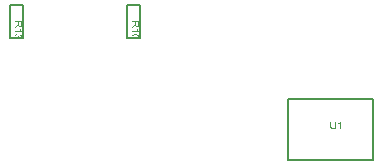
<source format=gbr>
%TF.GenerationSoftware,Altium Limited,Altium Designer,23.6.0 (18)*%
G04 Layer_Color=16711935*
%FSLAX45Y45*%
%MOMM*%
%TF.SameCoordinates,CA757A27-890D-4031-9470-5F8B39CF6935*%
%TF.FilePolarity,Positive*%
%TF.FileFunction,Other,Top_Assembly*%
%TF.Part,Single*%
G01*
G75*
%TA.AperFunction,NonConductor*%
%ADD53C,0.20000*%
G36*
X6527295Y5349405D02*
Y5349313D01*
Y5348943D01*
Y5348481D01*
Y5347834D01*
X6527202Y5347001D01*
Y5346077D01*
X6527110Y5344967D01*
X6527017Y5343858D01*
X6526740Y5341362D01*
X6526370Y5338773D01*
X6525815Y5336277D01*
X6525446Y5335075D01*
X6525076Y5333965D01*
Y5333873D01*
X6524983Y5333688D01*
X6524798Y5333410D01*
X6524614Y5333041D01*
X6524059Y5332024D01*
X6523227Y5330729D01*
X6522117Y5329250D01*
X6520823Y5327771D01*
X6519159Y5326199D01*
X6517125Y5324812D01*
X6517032D01*
X6516847Y5324627D01*
X6516570Y5324535D01*
X6516108Y5324257D01*
X6515553Y5323980D01*
X6514813Y5323703D01*
X6514074Y5323425D01*
X6513149Y5323055D01*
X6512132Y5322686D01*
X6511023Y5322408D01*
X6509821Y5322131D01*
X6508434Y5321853D01*
X6507047Y5321669D01*
X6505568Y5321484D01*
X6502239Y5321299D01*
X6501407D01*
X6500760Y5321391D01*
X6500020D01*
X6499096Y5321484D01*
X6498079Y5321576D01*
X6497062Y5321669D01*
X6494750Y5322038D01*
X6492254Y5322593D01*
X6489850Y5323333D01*
X6487539Y5324350D01*
X6487446D01*
X6487261Y5324535D01*
X6486984Y5324720D01*
X6486614Y5324905D01*
X6485597Y5325644D01*
X6484395Y5326661D01*
X6483008Y5327956D01*
X6481714Y5329435D01*
X6480420Y5331284D01*
X6479403Y5333318D01*
Y5333410D01*
X6479310Y5333595D01*
X6479218Y5333965D01*
X6479033Y5334427D01*
X6478848Y5334982D01*
X6478663Y5335722D01*
X6478386Y5336554D01*
X6478201Y5337571D01*
X6478016Y5338680D01*
X6477738Y5339882D01*
X6477553Y5341177D01*
X6477369Y5342564D01*
X6477184Y5344135D01*
X6477091Y5345800D01*
X6476999Y5347556D01*
Y5349405D01*
Y5386388D01*
X6485505D01*
Y5349405D01*
Y5349313D01*
Y5349036D01*
Y5348573D01*
Y5348019D01*
X6485597Y5347371D01*
Y5346539D01*
X6485690Y5344783D01*
X6485875Y5342749D01*
X6486152Y5340714D01*
X6486522Y5338773D01*
X6486707Y5337941D01*
X6486984Y5337109D01*
X6487076Y5336924D01*
X6487261Y5336462D01*
X6487724Y5335814D01*
X6488278Y5334890D01*
X6488926Y5333965D01*
X6489850Y5332948D01*
X6490960Y5331931D01*
X6492254Y5331099D01*
X6492439Y5331007D01*
X6492901Y5330729D01*
X6493733Y5330452D01*
X6494843Y5330082D01*
X6496137Y5329620D01*
X6497801Y5329342D01*
X6499558Y5329065D01*
X6501500Y5328973D01*
X6502424D01*
X6502979Y5329065D01*
X6503811D01*
X6504643Y5329157D01*
X6506677Y5329527D01*
X6508896Y5329990D01*
X6511023Y5330729D01*
X6513057Y5331746D01*
X6513981Y5332393D01*
X6514813Y5333133D01*
X6514906Y5333226D01*
X6514998Y5333318D01*
X6515183Y5333595D01*
X6515460Y5333965D01*
X6515738Y5334520D01*
X6516108Y5335075D01*
X6516477Y5335907D01*
X6516847Y5336739D01*
X6517217Y5337756D01*
X6517494Y5338958D01*
X6517864Y5340345D01*
X6518142Y5341824D01*
X6518419Y5343488D01*
X6518604Y5345245D01*
X6518789Y5347279D01*
Y5349405D01*
Y5386388D01*
X6527295D01*
Y5349405D01*
D02*
G37*
G36*
X6567791Y5322408D02*
X6559932D01*
Y5372427D01*
X6559839Y5372334D01*
X6559377Y5371965D01*
X6558822Y5371410D01*
X6557898Y5370763D01*
X6556881Y5369931D01*
X6555586Y5369006D01*
X6554107Y5367989D01*
X6552443Y5366972D01*
X6552350D01*
X6552258Y5366880D01*
X6551703Y5366510D01*
X6550779Y5366047D01*
X6549669Y5365493D01*
X6548375Y5364846D01*
X6546988Y5364198D01*
X6545601Y5363551D01*
X6544214Y5362996D01*
Y5370578D01*
X6544307D01*
X6544492Y5370763D01*
X6544861Y5370855D01*
X6545324Y5371133D01*
X6545878Y5371410D01*
X6546526Y5371780D01*
X6548097Y5372704D01*
X6549947Y5373721D01*
X6551796Y5375016D01*
X6553737Y5376495D01*
X6555679Y5378067D01*
X6555771Y5378159D01*
X6555864Y5378252D01*
X6556141Y5378529D01*
X6556511Y5378806D01*
X6557343Y5379731D01*
X6558452Y5380840D01*
X6559562Y5382135D01*
X6560764Y5383614D01*
X6561781Y5385093D01*
X6562705Y5386665D01*
X6567791D01*
Y5322408D01*
D02*
G37*
G36*
X4859565Y6206022D02*
X4859472Y6205282D01*
Y6204450D01*
X4859380Y6202508D01*
X4859102Y6200474D01*
X4858825Y6198255D01*
X4858363Y6196221D01*
X4858085Y6195204D01*
X4857808Y6194372D01*
Y6194280D01*
X4857715Y6194187D01*
X4857438Y6193633D01*
X4857068Y6192800D01*
X4856421Y6191783D01*
X4855589Y6190674D01*
X4854479Y6189472D01*
X4853185Y6188363D01*
X4851706Y6187253D01*
X4851613D01*
X4851521Y6187161D01*
X4850966Y6186791D01*
X4850042Y6186421D01*
X4848840Y6185866D01*
X4847453Y6185404D01*
X4845789Y6184942D01*
X4844032Y6184664D01*
X4842090Y6184572D01*
X4841998D01*
X4841813D01*
X4841443D01*
X4840981Y6184664D01*
X4840334D01*
X4839687Y6184757D01*
X4838115Y6185127D01*
X4836266Y6185681D01*
X4834324Y6186421D01*
X4832383Y6187530D01*
X4831458Y6188270D01*
X4830533Y6189010D01*
X4830441Y6189102D01*
X4830348Y6189195D01*
X4830071Y6189472D01*
X4829794Y6189842D01*
X4829424Y6190304D01*
X4829054Y6190859D01*
X4828592Y6191598D01*
X4828037Y6192338D01*
X4827575Y6193263D01*
X4827113Y6194280D01*
X4826558Y6195389D01*
X4826096Y6196591D01*
X4825726Y6197978D01*
X4825263Y6199365D01*
X4824986Y6200937D01*
X4824709Y6202601D01*
X4824616Y6202416D01*
X4824431Y6202046D01*
X4824061Y6201491D01*
X4823692Y6200752D01*
X4822675Y6199087D01*
X4822027Y6198255D01*
X4821473Y6197516D01*
X4821288Y6197331D01*
X4820826Y6196868D01*
X4820086Y6196129D01*
X4819161Y6195204D01*
X4817867Y6194187D01*
X4816480Y6192985D01*
X4814816Y6191783D01*
X4812967Y6190489D01*
X4795585Y6179487D01*
Y6190027D01*
X4808899Y6198440D01*
X4808991D01*
X4809176Y6198625D01*
X4809453Y6198810D01*
X4809823Y6199087D01*
X4810840Y6199735D01*
X4812135Y6200567D01*
X4813521Y6201584D01*
X4815001Y6202601D01*
X4816388Y6203618D01*
X4817682Y6204542D01*
X4817774Y6204635D01*
X4818144Y6204912D01*
X4818699Y6205374D01*
X4819346Y6206022D01*
X4820733Y6207408D01*
X4821380Y6208148D01*
X4821935Y6208888D01*
X4822027Y6208980D01*
X4822120Y6209165D01*
X4822305Y6209535D01*
X4822582Y6210090D01*
X4822860Y6210644D01*
X4823137Y6211292D01*
X4823599Y6212771D01*
Y6212863D01*
X4823692Y6213048D01*
Y6213418D01*
X4823784Y6213880D01*
X4823877Y6214528D01*
Y6215267D01*
X4823969Y6216284D01*
Y6227194D01*
X4795585D01*
Y6235700D01*
X4859565D01*
Y6206022D01*
D02*
G37*
G36*
X4843755Y6168392D02*
X4843940Y6168207D01*
X4844032Y6167837D01*
X4844309Y6167375D01*
X4844587Y6166820D01*
X4844957Y6166173D01*
X4845881Y6164601D01*
X4846898Y6162752D01*
X4848192Y6160903D01*
X4849672Y6158962D01*
X4851244Y6157020D01*
X4851336Y6156927D01*
X4851428Y6156835D01*
X4851706Y6156558D01*
X4851983Y6156188D01*
X4852908Y6155356D01*
X4854017Y6154246D01*
X4855312Y6153137D01*
X4856791Y6151935D01*
X4858270Y6150918D01*
X4859842Y6149993D01*
Y6144908D01*
X4795585D01*
Y6152767D01*
X4845604D01*
X4845511Y6152859D01*
X4845141Y6153322D01*
X4844587Y6153876D01*
X4843940Y6154801D01*
X4843107Y6155818D01*
X4842183Y6157112D01*
X4841166Y6158592D01*
X4840149Y6160256D01*
Y6160348D01*
X4840056Y6160441D01*
X4839687Y6160996D01*
X4839224Y6161920D01*
X4838670Y6163030D01*
X4838022Y6164324D01*
X4837375Y6165711D01*
X4836728Y6167098D01*
X4836173Y6168484D01*
X4843755D01*
Y6168392D01*
D02*
G37*
G36*
X4829979Y6124660D02*
X4831088D01*
X4832290Y6124568D01*
X4833677Y6124475D01*
X4836543Y6124198D01*
X4839594Y6123736D01*
X4842645Y6123181D01*
X4844032Y6122811D01*
X4845419Y6122441D01*
X4845511D01*
X4845696Y6122349D01*
X4846066Y6122164D01*
X4846528Y6121979D01*
X4847175Y6121794D01*
X4847823Y6121424D01*
X4849394Y6120685D01*
X4851059Y6119760D01*
X4852815Y6118558D01*
X4854572Y6117171D01*
X4856051Y6115507D01*
Y6115415D01*
X4856236Y6115322D01*
X4856421Y6115045D01*
X4856606Y6114675D01*
X4856976Y6114213D01*
X4857253Y6113658D01*
X4857993Y6112271D01*
X4858640Y6110607D01*
X4859287Y6108665D01*
X4859657Y6106354D01*
X4859842Y6103858D01*
Y6103026D01*
X4859749Y6102009D01*
X4859565Y6100807D01*
X4859287Y6099420D01*
X4858917Y6097941D01*
X4858455Y6096369D01*
X4857715Y6094890D01*
Y6094797D01*
X4857623Y6094705D01*
X4857346Y6094242D01*
X4856883Y6093503D01*
X4856236Y6092578D01*
X4855312Y6091561D01*
X4854295Y6090452D01*
X4853093Y6089435D01*
X4851706Y6088418D01*
X4851521Y6088325D01*
X4851059Y6087955D01*
X4850227Y6087585D01*
X4849025Y6086938D01*
X4847638Y6086384D01*
X4846066Y6085644D01*
X4844217Y6084997D01*
X4842183Y6084442D01*
X4842090D01*
X4841905Y6084350D01*
X4841628Y6084257D01*
X4841166Y6084165D01*
X4840611Y6084072D01*
X4839964Y6083980D01*
X4839132Y6083795D01*
X4838207Y6083702D01*
X4837190Y6083517D01*
X4836081Y6083425D01*
X4834786Y6083333D01*
X4833492Y6083148D01*
X4832013Y6083055D01*
X4830533D01*
X4828869Y6082963D01*
X4827113D01*
X4827020D01*
X4826650D01*
X4826003D01*
X4825263D01*
X4824246Y6083055D01*
X4823137D01*
X4821935Y6083148D01*
X4820641Y6083240D01*
X4817682Y6083517D01*
X4814631Y6083980D01*
X4811672Y6084534D01*
X4810286Y6084904D01*
X4808899Y6085367D01*
X4808806D01*
X4808621Y6085459D01*
X4808251Y6085644D01*
X4807789Y6085829D01*
X4807142Y6086014D01*
X4806495Y6086384D01*
X4804923Y6087123D01*
X4803259Y6088048D01*
X4801410Y6089250D01*
X4799746Y6090637D01*
X4798174Y6092301D01*
Y6092393D01*
X4797989Y6092486D01*
X4797804Y6092763D01*
X4797619Y6093133D01*
X4797342Y6093595D01*
X4796972Y6094057D01*
X4796325Y6095444D01*
X4795677Y6097108D01*
X4795030Y6099050D01*
X4794660Y6101361D01*
X4794476Y6103858D01*
Y6104782D01*
X4794568Y6105429D01*
X4794660Y6106169D01*
X4794845Y6107094D01*
X4795030Y6108111D01*
X4795308Y6109220D01*
X4795677Y6110330D01*
X4796047Y6111532D01*
X4796602Y6112734D01*
X4797249Y6113935D01*
X4797989Y6115137D01*
X4798913Y6116339D01*
X4799930Y6117449D01*
X4801040Y6118466D01*
X4801132Y6118558D01*
X4801410Y6118743D01*
X4801872Y6119021D01*
X4802612Y6119483D01*
X4803444Y6119945D01*
X4804553Y6120407D01*
X4805848Y6121055D01*
X4807327Y6121609D01*
X4808991Y6122164D01*
X4810933Y6122719D01*
X4813059Y6123274D01*
X4815463Y6123736D01*
X4818052Y6124198D01*
X4820826Y6124475D01*
X4823877Y6124660D01*
X4827113Y6124753D01*
X4827205D01*
X4827575D01*
X4828222D01*
X4828962D01*
X4829979Y6124660D01*
D02*
G37*
G36*
X3868965Y6206022D02*
X3868872Y6205282D01*
Y6204450D01*
X3868780Y6202508D01*
X3868502Y6200474D01*
X3868225Y6198255D01*
X3867763Y6196221D01*
X3867485Y6195204D01*
X3867208Y6194372D01*
Y6194280D01*
X3867115Y6194187D01*
X3866838Y6193633D01*
X3866468Y6192800D01*
X3865821Y6191783D01*
X3864989Y6190674D01*
X3863879Y6189472D01*
X3862585Y6188363D01*
X3861106Y6187253D01*
X3861013D01*
X3860921Y6187161D01*
X3860366Y6186791D01*
X3859442Y6186421D01*
X3858240Y6185866D01*
X3856853Y6185404D01*
X3855189Y6184942D01*
X3853432Y6184664D01*
X3851490Y6184572D01*
X3851398D01*
X3851213D01*
X3850843D01*
X3850381Y6184664D01*
X3849734D01*
X3849087Y6184757D01*
X3847515Y6185127D01*
X3845666Y6185681D01*
X3843724Y6186421D01*
X3841783Y6187530D01*
X3840858Y6188270D01*
X3839933Y6189010D01*
X3839841Y6189102D01*
X3839748Y6189195D01*
X3839471Y6189472D01*
X3839194Y6189842D01*
X3838824Y6190304D01*
X3838454Y6190859D01*
X3837992Y6191598D01*
X3837437Y6192338D01*
X3836975Y6193263D01*
X3836513Y6194280D01*
X3835958Y6195389D01*
X3835496Y6196591D01*
X3835126Y6197978D01*
X3834663Y6199365D01*
X3834386Y6200937D01*
X3834109Y6202601D01*
X3834016Y6202416D01*
X3833831Y6202046D01*
X3833461Y6201491D01*
X3833092Y6200752D01*
X3832075Y6199087D01*
X3831427Y6198255D01*
X3830873Y6197516D01*
X3830688Y6197331D01*
X3830226Y6196868D01*
X3829486Y6196129D01*
X3828561Y6195204D01*
X3827267Y6194187D01*
X3825880Y6192985D01*
X3824216Y6191783D01*
X3822367Y6190489D01*
X3804985Y6179487D01*
Y6190027D01*
X3818299Y6198440D01*
X3818391D01*
X3818576Y6198625D01*
X3818853Y6198810D01*
X3819223Y6199087D01*
X3820240Y6199735D01*
X3821535Y6200567D01*
X3822921Y6201584D01*
X3824401Y6202601D01*
X3825788Y6203618D01*
X3827082Y6204542D01*
X3827174Y6204635D01*
X3827544Y6204912D01*
X3828099Y6205374D01*
X3828746Y6206022D01*
X3830133Y6207408D01*
X3830780Y6208148D01*
X3831335Y6208888D01*
X3831427Y6208980D01*
X3831520Y6209165D01*
X3831705Y6209535D01*
X3831982Y6210090D01*
X3832260Y6210644D01*
X3832537Y6211292D01*
X3832999Y6212771D01*
Y6212863D01*
X3833092Y6213048D01*
Y6213418D01*
X3833184Y6213880D01*
X3833277Y6214528D01*
Y6215267D01*
X3833369Y6216284D01*
Y6227194D01*
X3804985D01*
Y6235700D01*
X3868965D01*
Y6206022D01*
D02*
G37*
G36*
X3853155Y6168392D02*
X3853340Y6168207D01*
X3853432Y6167837D01*
X3853709Y6167375D01*
X3853987Y6166820D01*
X3854357Y6166173D01*
X3855281Y6164601D01*
X3856298Y6162752D01*
X3857592Y6160903D01*
X3859072Y6158962D01*
X3860644Y6157020D01*
X3860736Y6156927D01*
X3860828Y6156835D01*
X3861106Y6156558D01*
X3861383Y6156188D01*
X3862308Y6155356D01*
X3863417Y6154246D01*
X3864712Y6153137D01*
X3866191Y6151935D01*
X3867670Y6150918D01*
X3869242Y6149993D01*
Y6144908D01*
X3804985D01*
Y6152767D01*
X3855004D01*
X3854911Y6152859D01*
X3854541Y6153322D01*
X3853987Y6153876D01*
X3853340Y6154801D01*
X3852507Y6155818D01*
X3851583Y6157112D01*
X3850566Y6158592D01*
X3849549Y6160256D01*
Y6160348D01*
X3849456Y6160441D01*
X3849087Y6160996D01*
X3848624Y6161920D01*
X3848070Y6163030D01*
X3847422Y6164324D01*
X3846775Y6165711D01*
X3846128Y6167098D01*
X3845573Y6168484D01*
X3853155D01*
Y6168392D01*
D02*
G37*
G36*
X3822921Y6116802D02*
X3822829D01*
X3822644Y6116709D01*
X3822274Y6116617D01*
X3821812Y6116524D01*
X3821257Y6116432D01*
X3820610Y6116247D01*
X3819223Y6115785D01*
X3817559Y6115137D01*
X3815987Y6114305D01*
X3814508Y6113381D01*
X3813214Y6112271D01*
X3813121Y6112086D01*
X3812751Y6111717D01*
X3812289Y6110977D01*
X3811827Y6110052D01*
X3811272Y6108943D01*
X3810810Y6107556D01*
X3810440Y6105984D01*
X3810347Y6104320D01*
Y6103765D01*
X3810440Y6103395D01*
X3810532Y6102378D01*
X3810810Y6101084D01*
X3811272Y6099605D01*
X3811919Y6098033D01*
X3812844Y6096461D01*
X3814138Y6094982D01*
X3814323Y6094797D01*
X3814878Y6094335D01*
X3815710Y6093780D01*
X3816819Y6093040D01*
X3818206Y6092301D01*
X3819778Y6091746D01*
X3821627Y6091284D01*
X3823661Y6091099D01*
X3823754D01*
X3823939D01*
X3824216D01*
X3824586Y6091191D01*
X3825603Y6091284D01*
X3826805Y6091561D01*
X3828284Y6091931D01*
X3829763Y6092578D01*
X3831243Y6093503D01*
X3832629Y6094705D01*
X3832814Y6094890D01*
X3833184Y6095352D01*
X3833739Y6096091D01*
X3834386Y6097108D01*
X3835033Y6098403D01*
X3835588Y6099975D01*
X3835958Y6101731D01*
X3836143Y6103673D01*
Y6104505D01*
X3836050Y6105152D01*
X3835958Y6105984D01*
X3835773Y6106909D01*
X3835588Y6108018D01*
X3835311Y6109220D01*
X3842245Y6108296D01*
Y6107833D01*
X3842152Y6107464D01*
Y6106262D01*
X3842337Y6105245D01*
X3842522Y6104043D01*
X3842800Y6102656D01*
X3843262Y6101084D01*
X3843909Y6099605D01*
X3844741Y6098033D01*
Y6097941D01*
X3844834Y6097848D01*
X3845203Y6097386D01*
X3845851Y6096739D01*
X3846683Y6095999D01*
X3847885Y6095259D01*
X3849271Y6094612D01*
X3850843Y6094150D01*
X3851768Y6093965D01*
X3852785D01*
X3852877D01*
X3852970D01*
X3853524D01*
X3854264Y6094150D01*
X3855281Y6094335D01*
X3856391Y6094705D01*
X3857592Y6095167D01*
X3858794Y6095907D01*
X3859904Y6096924D01*
X3859996Y6097016D01*
X3860366Y6097478D01*
X3860828Y6098125D01*
X3861383Y6098958D01*
X3861845Y6100067D01*
X3862308Y6101361D01*
X3862678Y6102841D01*
X3862770Y6104505D01*
Y6105245D01*
X3862585Y6106077D01*
X3862400Y6107186D01*
X3862030Y6108388D01*
X3861568Y6109590D01*
X3860828Y6110884D01*
X3859904Y6112086D01*
X3859811Y6112179D01*
X3859349Y6112549D01*
X3858702Y6113103D01*
X3857777Y6113751D01*
X3856575Y6114398D01*
X3855096Y6115045D01*
X3853340Y6115600D01*
X3851305Y6115969D01*
X3852692Y6123828D01*
X3852785D01*
X3853062Y6123736D01*
X3853432Y6123643D01*
X3853987Y6123551D01*
X3854634Y6123366D01*
X3855374Y6123089D01*
X3857130Y6122534D01*
X3859164Y6121609D01*
X3861198Y6120500D01*
X3863140Y6119113D01*
X3864897Y6117356D01*
X3864989Y6117264D01*
X3865081Y6117079D01*
X3865266Y6116802D01*
X3865544Y6116432D01*
X3865914Y6115969D01*
X3866283Y6115322D01*
X3866653Y6114675D01*
X3867115Y6113843D01*
X3867855Y6111994D01*
X3868595Y6109867D01*
X3869057Y6107371D01*
X3869242Y6106077D01*
Y6103765D01*
X3869149Y6102748D01*
X3868965Y6101546D01*
X3868687Y6100067D01*
X3868225Y6098403D01*
X3867670Y6096739D01*
X3866931Y6095074D01*
Y6094982D01*
X3866838Y6094890D01*
X3866561Y6094335D01*
X3866006Y6093503D01*
X3865359Y6092578D01*
X3864434Y6091469D01*
X3863417Y6090359D01*
X3862215Y6089250D01*
X3860828Y6088325D01*
X3860644Y6088233D01*
X3860181Y6087955D01*
X3859349Y6087585D01*
X3858332Y6087123D01*
X3857130Y6086661D01*
X3855743Y6086291D01*
X3854172Y6086014D01*
X3852600Y6085921D01*
X3852415D01*
X3851860D01*
X3851121Y6086014D01*
X3850104Y6086199D01*
X3848902Y6086476D01*
X3847607Y6086938D01*
X3846313Y6087493D01*
X3845018Y6088233D01*
X3844834Y6088325D01*
X3844464Y6088603D01*
X3843817Y6089157D01*
X3843077Y6089897D01*
X3842245Y6090821D01*
X3841320Y6091931D01*
X3840488Y6093225D01*
X3839656Y6094797D01*
Y6094705D01*
X3839564Y6094520D01*
X3839471Y6094242D01*
X3839379Y6093872D01*
X3839009Y6092855D01*
X3838454Y6091561D01*
X3837714Y6090082D01*
X3836790Y6088603D01*
X3835588Y6087216D01*
X3834201Y6085921D01*
X3834016Y6085829D01*
X3833461Y6085459D01*
X3832537Y6084904D01*
X3831335Y6084350D01*
X3829856Y6083795D01*
X3828099Y6083240D01*
X3826065Y6082870D01*
X3823846Y6082778D01*
X3823754D01*
X3823476D01*
X3823014D01*
X3822459Y6082870D01*
X3821720Y6082963D01*
X3820887Y6083148D01*
X3819963Y6083333D01*
X3818946Y6083517D01*
X3816727Y6084257D01*
X3815525Y6084812D01*
X3814416Y6085367D01*
X3813214Y6086106D01*
X3812012Y6086938D01*
X3810810Y6087863D01*
X3809700Y6088972D01*
X3809608Y6089065D01*
X3809423Y6089250D01*
X3809146Y6089620D01*
X3808776Y6090082D01*
X3808313Y6090637D01*
X3807851Y6091376D01*
X3807296Y6092208D01*
X3806834Y6093225D01*
X3806279Y6094242D01*
X3805725Y6095444D01*
X3805262Y6096646D01*
X3804800Y6098033D01*
X3804430Y6099512D01*
X3804153Y6101084D01*
X3803968Y6102656D01*
X3803876Y6104412D01*
Y6105245D01*
X3803968Y6105799D01*
X3804060Y6106539D01*
X3804153Y6107371D01*
X3804338Y6108296D01*
X3804523Y6109313D01*
X3805077Y6111532D01*
X3806002Y6113843D01*
X3806557Y6115045D01*
X3807204Y6116154D01*
X3808036Y6117264D01*
X3808868Y6118373D01*
X3808961Y6118466D01*
X3809146Y6118651D01*
X3809423Y6118928D01*
X3809793Y6119205D01*
X3810255Y6119668D01*
X3810902Y6120130D01*
X3811549Y6120685D01*
X3812382Y6121239D01*
X3813306Y6121794D01*
X3814231Y6122349D01*
X3816450Y6123366D01*
X3819038Y6124198D01*
X3820425Y6124475D01*
X3821904Y6124660D01*
X3822921Y6116802D01*
D02*
G37*
%LPC*%
G36*
X4852445Y6227194D02*
X4831273D01*
Y6208148D01*
X4831365Y6207039D01*
X4831458Y6205744D01*
X4831550Y6204265D01*
X4831735Y6202786D01*
X4832013Y6201306D01*
X4832383Y6200012D01*
X4832475Y6199827D01*
X4832660Y6199457D01*
X4832937Y6198903D01*
X4833307Y6198163D01*
X4833862Y6197331D01*
X4834509Y6196499D01*
X4835341Y6195667D01*
X4836266Y6195019D01*
X4836358Y6194927D01*
X4836728Y6194742D01*
X4837283Y6194465D01*
X4838022Y6194095D01*
X4838854Y6193817D01*
X4839779Y6193540D01*
X4840888Y6193355D01*
X4841998Y6193263D01*
X4842090D01*
X4842183D01*
X4842738Y6193355D01*
X4843570Y6193448D01*
X4844679Y6193633D01*
X4845789Y6194095D01*
X4847083Y6194650D01*
X4848285Y6195482D01*
X4849487Y6196591D01*
X4849579Y6196776D01*
X4849949Y6197238D01*
X4850411Y6197978D01*
X4850966Y6199180D01*
X4851521Y6200567D01*
X4851983Y6202416D01*
X4852353Y6204542D01*
X4852445Y6207039D01*
Y6227194D01*
D02*
G37*
G36*
X4827113Y6116709D02*
X4826928D01*
X4826465D01*
X4825633D01*
X4824524Y6116617D01*
X4823322D01*
X4821843Y6116524D01*
X4820271Y6116432D01*
X4818607Y6116247D01*
X4815001Y6115785D01*
X4813244Y6115507D01*
X4811580Y6115137D01*
X4810008Y6114768D01*
X4808529Y6114213D01*
X4807234Y6113658D01*
X4806125Y6113011D01*
X4806033D01*
X4805940Y6112826D01*
X4805293Y6112364D01*
X4804461Y6111532D01*
X4803536Y6110515D01*
X4802612Y6109128D01*
X4801780Y6107556D01*
X4801132Y6105799D01*
X4801040Y6104875D01*
X4800947Y6103858D01*
Y6103303D01*
X4801040Y6102933D01*
X4801225Y6102009D01*
X4801595Y6100714D01*
X4802242Y6099327D01*
X4803166Y6097756D01*
X4803721Y6097016D01*
X4804461Y6096276D01*
X4805200Y6095537D01*
X4806125Y6094797D01*
X4806217D01*
X4806402Y6094612D01*
X4806680Y6094427D01*
X4807142Y6094242D01*
X4807789Y6093872D01*
X4808621Y6093595D01*
X4809546Y6093225D01*
X4810655Y6092855D01*
X4812042Y6092578D01*
X4813521Y6092208D01*
X4815278Y6091838D01*
X4817127Y6091561D01*
X4819346Y6091376D01*
X4821658Y6091191D01*
X4824246Y6091006D01*
X4827113D01*
X4827205D01*
X4827297D01*
X4827760D01*
X4828592D01*
X4829701Y6091099D01*
X4830903D01*
X4832383Y6091191D01*
X4833954Y6091284D01*
X4835711Y6091469D01*
X4839224Y6091931D01*
X4840981Y6092208D01*
X4842645Y6092578D01*
X4844217Y6092948D01*
X4845696Y6093503D01*
X4846991Y6094057D01*
X4848100Y6094705D01*
X4848192D01*
X4848285Y6094890D01*
X4848562Y6095074D01*
X4848932Y6095352D01*
X4849764Y6096184D01*
X4850781Y6097201D01*
X4851706Y6098588D01*
X4852538Y6100160D01*
X4852908Y6100992D01*
X4853185Y6101916D01*
X4853278Y6102933D01*
X4853370Y6103950D01*
Y6104505D01*
X4853278Y6104875D01*
X4853093Y6105892D01*
X4852815Y6107094D01*
X4852261Y6108481D01*
X4851428Y6109960D01*
X4850874Y6110699D01*
X4850319Y6111439D01*
X4849579Y6112086D01*
X4848747Y6112734D01*
X4848655D01*
X4848470Y6112918D01*
X4848100Y6113103D01*
X4847638Y6113381D01*
X4846898Y6113658D01*
X4846066Y6114028D01*
X4845049Y6114305D01*
X4843847Y6114675D01*
X4842460Y6115045D01*
X4840888Y6115415D01*
X4839132Y6115785D01*
X4837190Y6116062D01*
X4834971Y6116339D01*
X4832567Y6116524D01*
X4829979Y6116617D01*
X4827113Y6116709D01*
D02*
G37*
G36*
X3861845Y6227194D02*
X3840673D01*
Y6208148D01*
X3840765Y6207039D01*
X3840858Y6205744D01*
X3840950Y6204265D01*
X3841135Y6202786D01*
X3841413Y6201306D01*
X3841783Y6200012D01*
X3841875Y6199827D01*
X3842060Y6199457D01*
X3842337Y6198903D01*
X3842707Y6198163D01*
X3843262Y6197331D01*
X3843909Y6196499D01*
X3844741Y6195667D01*
X3845666Y6195019D01*
X3845758Y6194927D01*
X3846128Y6194742D01*
X3846683Y6194465D01*
X3847422Y6194095D01*
X3848254Y6193817D01*
X3849179Y6193540D01*
X3850288Y6193355D01*
X3851398Y6193263D01*
X3851490D01*
X3851583D01*
X3852138Y6193355D01*
X3852970Y6193448D01*
X3854079Y6193633D01*
X3855189Y6194095D01*
X3856483Y6194650D01*
X3857685Y6195482D01*
X3858887Y6196591D01*
X3858979Y6196776D01*
X3859349Y6197238D01*
X3859811Y6197978D01*
X3860366Y6199180D01*
X3860921Y6200567D01*
X3861383Y6202416D01*
X3861753Y6204542D01*
X3861845Y6207039D01*
Y6227194D01*
D02*
G37*
%LPD*%
D53*
X6117001Y5062301D02*
Y5580299D01*
Y5062301D02*
X6836999D01*
Y5580299D01*
X6117001D02*
X6836999D01*
X4868301Y6095700D02*
Y6375700D01*
X4758299Y6095700D02*
X4868301D01*
X4758299D02*
Y6375700D01*
X4868301D01*
X3877701Y6095700D02*
Y6375700D01*
X3767699Y6095700D02*
X3877701D01*
X3767699D02*
Y6375700D01*
X3877701D01*
%TF.MD5,399e222aa85e9107dff9c5357a133423*%
M02*

</source>
